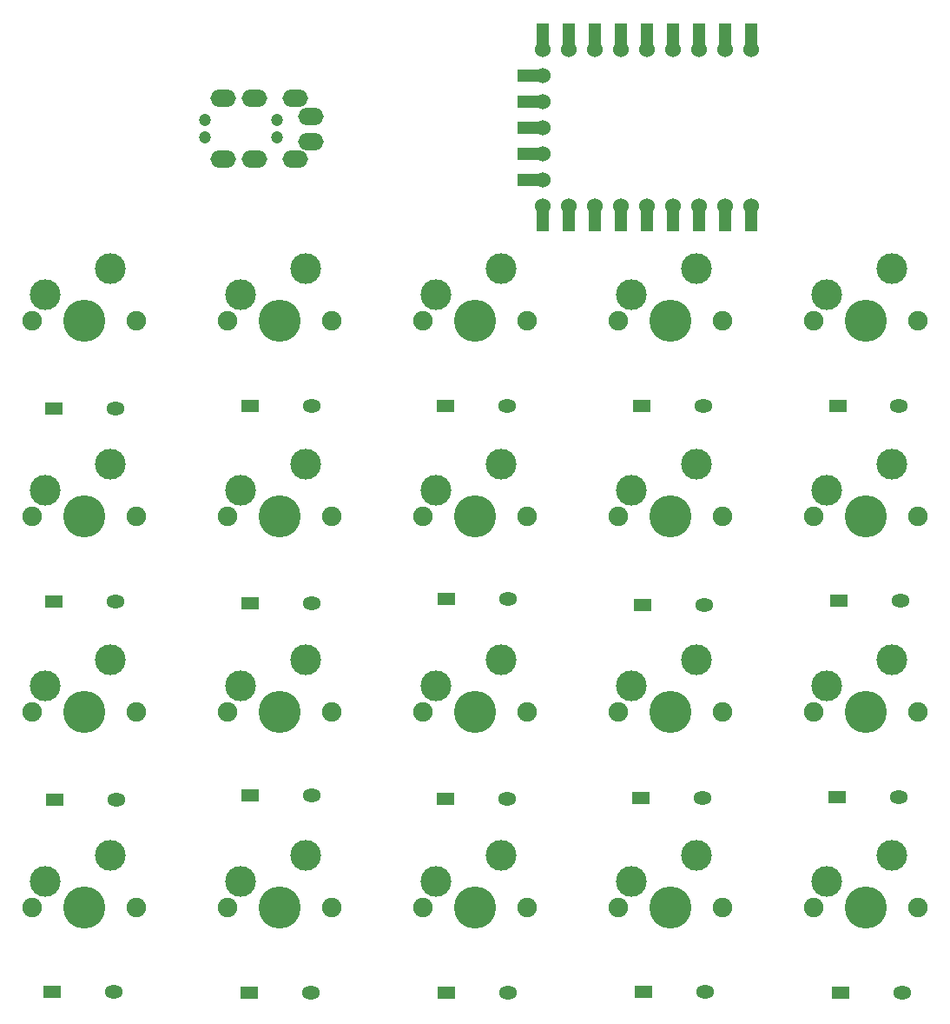
<source format=gbr>
%TF.GenerationSoftware,KiCad,Pcbnew,7.0.1-0*%
%TF.CreationDate,2023-09-10T15:08:47+09:00*%
%TF.ProjectId,jisaku20rp,6a697361-6b75-4323-9072-702e6b696361,rev?*%
%TF.SameCoordinates,Original*%
%TF.FileFunction,Soldermask,Top*%
%TF.FilePolarity,Negative*%
%FSLAX46Y46*%
G04 Gerber Fmt 4.6, Leading zero omitted, Abs format (unit mm)*
G04 Created by KiCad (PCBNEW 7.0.1-0) date 2023-09-10 15:08:47*
%MOMM*%
%LPD*%
G01*
G04 APERTURE LIST*
%ADD10C,1.200000*%
%ADD11O,2.500000X1.700000*%
%ADD12C,1.900000*%
%ADD13C,3.000000*%
%ADD14C,4.100000*%
%ADD15C,1.524000*%
%ADD16R,1.200000X2.000000*%
%ADD17R,2.000000X1.200000*%
%ADD18R,1.778000X1.300000*%
%ADD19O,1.778000X1.300000*%
G04 APERTURE END LIST*
D10*
%TO.C,J1*%
X11760000Y17870000D03*
X18760000Y17870000D03*
X11760000Y19620000D03*
X18760000Y19620000D03*
D11*
X22060000Y17520000D03*
X22060000Y19970000D03*
X13560000Y15770000D03*
X13560000Y21720000D03*
X16560000Y15770000D03*
X16560000Y21720000D03*
X20560000Y15770000D03*
X20560000Y21720000D03*
%TD*%
D12*
%TO.C,SW15*%
X71120000Y-38100000D03*
D13*
X72390000Y-35560000D03*
D14*
X76200000Y-38100000D03*
D13*
X78740000Y-33020000D03*
D12*
X81280000Y-38100000D03*
%TD*%
%TO.C,SW1*%
X-5080000Y0D03*
D13*
X-3810000Y2540000D03*
D14*
X0Y0D03*
D13*
X2540000Y5080000D03*
D12*
X5080000Y0D03*
%TD*%
%TO.C,SW14*%
X52070000Y-38100000D03*
D13*
X53340000Y-35560000D03*
D14*
X57150000Y-38100000D03*
D13*
X59690000Y-33020000D03*
D12*
X62230000Y-38100000D03*
%TD*%
%TO.C,SW2*%
X13970000Y0D03*
D13*
X15240000Y2540000D03*
D14*
X19050000Y0D03*
D13*
X21590000Y5080000D03*
D12*
X24130000Y0D03*
%TD*%
%TO.C,SW17*%
X13970000Y-57150000D03*
D13*
X15240000Y-54610000D03*
D14*
X19050000Y-57150000D03*
D13*
X21590000Y-52070000D03*
D12*
X24130000Y-57150000D03*
%TD*%
D15*
%TO.C,U2*%
X65000000Y11230000D03*
D16*
X65000000Y9760000D03*
D15*
X62460000Y11230000D03*
D16*
X62460000Y9760000D03*
D15*
X59920000Y11230000D03*
D16*
X59920000Y9760000D03*
D15*
X57380000Y11230000D03*
D16*
X57380000Y9760000D03*
D15*
X54840000Y11230000D03*
D16*
X54840000Y9760000D03*
D15*
X52300000Y11230000D03*
D16*
X52300000Y9760000D03*
D15*
X49760000Y11230000D03*
D16*
X49760000Y9760000D03*
D15*
X47220000Y11230000D03*
D16*
X47220000Y9760000D03*
D15*
X44680000Y11230000D03*
D16*
X44680000Y9760000D03*
D15*
X44680000Y13770000D03*
D17*
X43230000Y13770000D03*
D15*
X44680000Y16310000D03*
D17*
X43230000Y16310000D03*
D15*
X44680000Y18850000D03*
D17*
X43220000Y18850000D03*
D15*
X44680000Y21390000D03*
D17*
X43240000Y21390000D03*
D15*
X44680000Y23930000D03*
D17*
X43230000Y23930000D03*
D16*
X44680000Y27940000D03*
D15*
X44680000Y26470000D03*
D16*
X47220000Y27940000D03*
D15*
X47220000Y26470000D03*
D16*
X49760000Y27940000D03*
D15*
X49760000Y26470000D03*
D16*
X52300000Y27940000D03*
D15*
X52300000Y26470000D03*
D16*
X54840000Y27940000D03*
D15*
X54840000Y26470000D03*
D16*
X57380000Y27940000D03*
D15*
X57380000Y26470000D03*
D16*
X59920000Y27940000D03*
D15*
X59920000Y26470000D03*
D16*
X62460000Y27940000D03*
D15*
X62460000Y26470000D03*
D16*
X65000000Y27940000D03*
D15*
X65000000Y26470000D03*
%TD*%
D12*
%TO.C,SW5*%
X71120000Y0D03*
D13*
X72390000Y2540000D03*
D14*
X76200000Y0D03*
D13*
X78740000Y5080000D03*
D12*
X81280000Y0D03*
%TD*%
%TO.C,SW7*%
X13970000Y-19050000D03*
D13*
X15240000Y-16510000D03*
D14*
X19050000Y-19050000D03*
D13*
X21590000Y-13970000D03*
D12*
X24130000Y-19050000D03*
%TD*%
%TO.C,SW20*%
X71120000Y-57150000D03*
D13*
X72390000Y-54610000D03*
D14*
X76200000Y-57150000D03*
D13*
X78740000Y-52070000D03*
D12*
X81280000Y-57150000D03*
%TD*%
%TO.C,SW8*%
X33020000Y-19050000D03*
D13*
X34290000Y-16510000D03*
D14*
X38100000Y-19050000D03*
D13*
X40640000Y-13970000D03*
D12*
X43180000Y-19050000D03*
%TD*%
%TO.C,SW10*%
X71120000Y-19050000D03*
D13*
X72390000Y-16510000D03*
D14*
X76200000Y-19050000D03*
D13*
X78740000Y-13970000D03*
D12*
X81280000Y-19050000D03*
%TD*%
%TO.C,SW3*%
X33020000Y0D03*
D13*
X34290000Y2540000D03*
D14*
X38100000Y0D03*
D13*
X40640000Y5080000D03*
D12*
X43180000Y0D03*
%TD*%
%TO.C,SW16*%
X-5080000Y-57150000D03*
D13*
X-3810000Y-54610000D03*
D14*
X0Y-57150000D03*
D13*
X2540000Y-52070000D03*
D12*
X5080000Y-57150000D03*
%TD*%
%TO.C,SW18*%
X33020000Y-57150000D03*
D13*
X34290000Y-54610000D03*
D14*
X38100000Y-57150000D03*
D13*
X40640000Y-52070000D03*
D12*
X43180000Y-57150000D03*
%TD*%
%TO.C,SW12*%
X13970000Y-38100000D03*
D13*
X15240000Y-35560000D03*
D14*
X19050000Y-38100000D03*
D13*
X21590000Y-33020000D03*
D12*
X24130000Y-38100000D03*
%TD*%
%TO.C,SW9*%
X52070000Y-19050000D03*
D13*
X53340000Y-16510000D03*
D14*
X57150000Y-19050000D03*
D13*
X59690000Y-13970000D03*
D12*
X62230000Y-19050000D03*
%TD*%
%TO.C,SW11*%
X-5080000Y-38100000D03*
D13*
X-3810000Y-35560000D03*
D14*
X0Y-38100000D03*
D13*
X2540000Y-33020000D03*
D12*
X5080000Y-38100000D03*
%TD*%
%TO.C,SW6*%
X-5080000Y-19050000D03*
D13*
X-3810000Y-16510000D03*
D14*
X0Y-19050000D03*
D13*
X2540000Y-13970000D03*
D12*
X5080000Y-19050000D03*
%TD*%
%TO.C,SW4*%
X52070000Y0D03*
D13*
X53340000Y2540000D03*
D14*
X57150000Y0D03*
D13*
X59690000Y5080000D03*
D12*
X62230000Y0D03*
%TD*%
%TO.C,SW13*%
X33020000Y-38100000D03*
D13*
X34290000Y-35560000D03*
D14*
X38100000Y-38100000D03*
D13*
X40640000Y-33020000D03*
D12*
X43180000Y-38100000D03*
%TD*%
%TO.C,SW19*%
X52070000Y-57150000D03*
D13*
X53340000Y-54610000D03*
D14*
X57150000Y-57150000D03*
D13*
X59690000Y-52070000D03*
D12*
X62230000Y-57150000D03*
%TD*%
D18*
%TO.C,D15*%
X73360000Y-46332500D03*
D19*
X79360000Y-46332500D03*
%TD*%
D18*
%TO.C,D11*%
X-2930000Y-46640000D03*
D19*
X3070000Y-46640000D03*
%TD*%
D18*
%TO.C,D4*%
X54330000Y-8240000D03*
D19*
X60330000Y-8240000D03*
%TD*%
D18*
%TO.C,D6*%
X-2950000Y-27340000D03*
D19*
X3050000Y-27340000D03*
%TD*%
D18*
%TO.C,D9*%
X54440000Y-27630000D03*
D19*
X60440000Y-27630000D03*
%TD*%
D18*
%TO.C,D8*%
X35310000Y-27050000D03*
D19*
X41310000Y-27050000D03*
%TD*%
D18*
%TO.C,D20*%
X73695000Y-65430000D03*
D19*
X79695000Y-65430000D03*
%TD*%
D18*
%TO.C,D17*%
X16061250Y-65430000D03*
D19*
X22061250Y-65430000D03*
%TD*%
D18*
%TO.C,D12*%
X16142500Y-46230000D03*
D19*
X22142500Y-46230000D03*
%TD*%
D18*
%TO.C,D10*%
X73570000Y-27195000D03*
D19*
X79570000Y-27195000D03*
%TD*%
D18*
%TO.C,D5*%
X73430000Y-8300000D03*
D19*
X79430000Y-8300000D03*
%TD*%
D18*
%TO.C,D13*%
X35215000Y-46537500D03*
D19*
X41215000Y-46537500D03*
%TD*%
D18*
%TO.C,D1*%
X-2970000Y-8510000D03*
D19*
X3030000Y-8510000D03*
%TD*%
D18*
%TO.C,D14*%
X54287500Y-46435000D03*
D19*
X60287500Y-46435000D03*
%TD*%
D18*
%TO.C,D7*%
X16180000Y-27485000D03*
D19*
X22180000Y-27485000D03*
%TD*%
D18*
%TO.C,D3*%
X35230000Y-8240000D03*
D19*
X41230000Y-8240000D03*
%TD*%
D18*
%TO.C,D19*%
X54483750Y-65300000D03*
D19*
X60483750Y-65300000D03*
%TD*%
D18*
%TO.C,D18*%
X35272500Y-65430000D03*
D19*
X41272500Y-65430000D03*
%TD*%
D18*
%TO.C,D16*%
X-3150000Y-65300000D03*
D19*
X2850000Y-65300000D03*
%TD*%
D18*
%TO.C,D2*%
X16130000Y-8240000D03*
D19*
X22130000Y-8240000D03*
%TD*%
M02*

</source>
